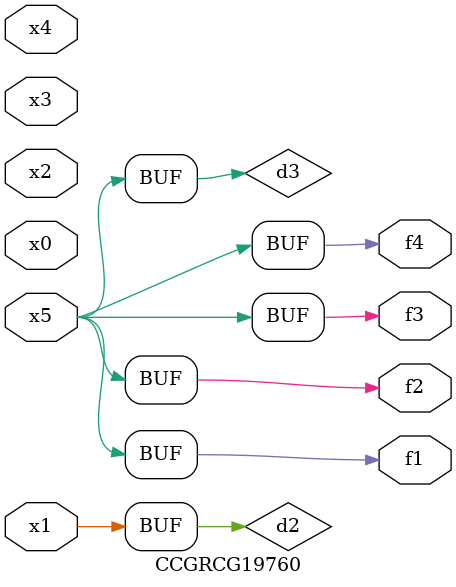
<source format=v>
module CCGRCG19760(
	input x0, x1, x2, x3, x4, x5,
	output f1, f2, f3, f4
);

	wire d1, d2, d3;

	not (d1, x5);
	or (d2, x1);
	xnor (d3, d1);
	assign f1 = d3;
	assign f2 = d3;
	assign f3 = d3;
	assign f4 = d3;
endmodule

</source>
